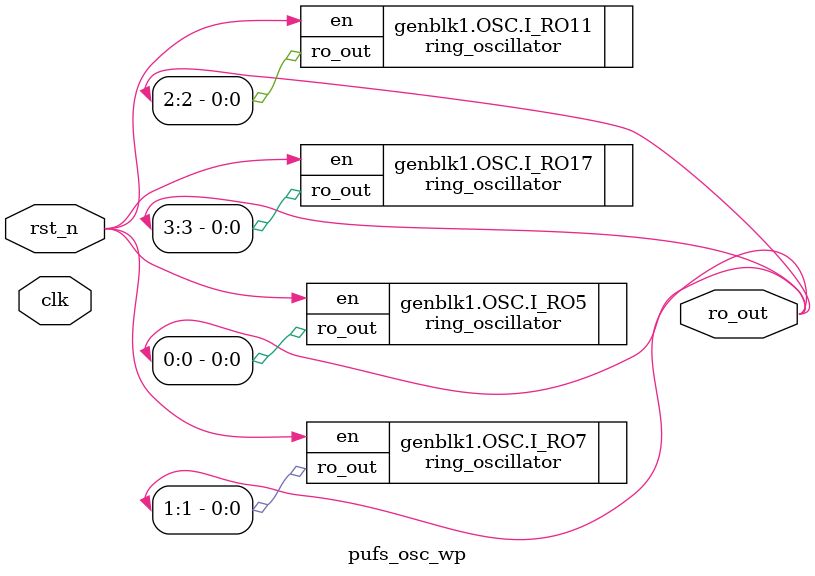
<source format=v>
module pufs_osc_wp#(
   parameter   OSC_TYPE    = 0,
   parameter   PRBS_SIZE   = 32,
   parameter   PRBS_POLY   = 32'h8020_0003,
   parameter   PRBS_INIT   = 32'heffe_feef
   )(
   output [3:0]ro_out,
   input       clk   ,
   input       rst_n 
   );
   
   generate
      if(OSC_TYPE == 2)begin:LFSR
         reg   [PRBS_SIZE     -1:0] prbs;
         wire  [PRBS_SIZE     -1:0] prbs_fsel;
         wire  [PRBS_SIZE     -1:0] prbs_next;

         assign   ro_out = prbs[3:0];
         assign   prbs_fsel = (prbs[0])? PRBS_POLY : {PRBS_SIZE{1'b0}};
         assign   prbs_next = {1'b0,prbs[PRBS_SIZE-1:1]}^prbs_fsel;

         always@(posedge clk or negedge rst_n) begin
            if(~rst_n) prbs <= PRBS_INIT;
            else       prbs <= prbs_next;
         end
      end
      else if(OSC_TYPE == 1)begin:TGL
         reg tgl;
         assign ro_out = {3'b0, tgl};
         always@(posedge clk or negedge rst_n)begin
            if(!rst_n)  tgl <= 1'b0;
            else        tgl <= ~tgl;
         end 
      end  
      else begin:OSC
         ring_oscillator#(.RING_NUM(5 ))   I_RO5 ( .en(rst_n), .ro_out(ro_out[0]) );
         ring_oscillator#(.RING_NUM(7 ))   I_RO7 ( .en(rst_n), .ro_out(ro_out[1]) );
         ring_oscillator#(.RING_NUM(11))   I_RO11( .en(rst_n), .ro_out(ro_out[2]) );
         ring_oscillator#(.RING_NUM(17))   I_RO17( .en(rst_n), .ro_out(ro_out[3]) );
      end 
   endgenerate 

endmodule

</source>
